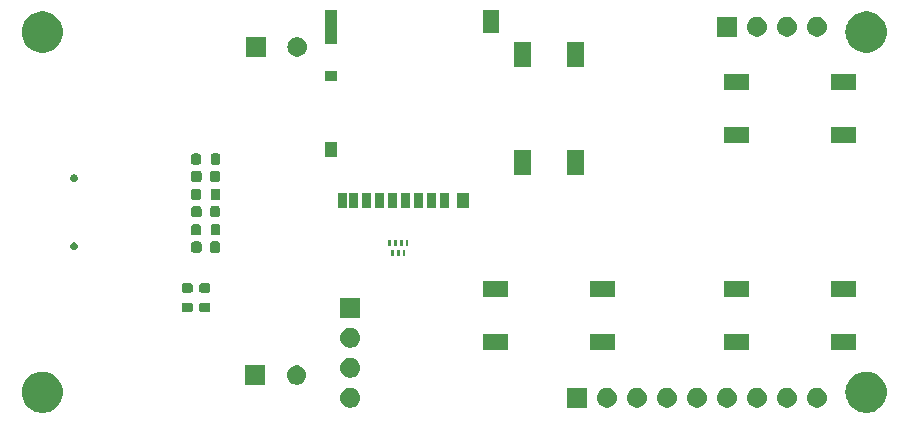
<source format=gbs>
%TF.GenerationSoftware,KiCad,Pcbnew,8.0.2*%
%TF.CreationDate,2024-06-21T01:26:05+01:00*%
%TF.ProjectId,ESP32S3_PCB_V1,45535033-3253-4335-9f50-43425f56312e,1*%
%TF.SameCoordinates,Original*%
%TF.FileFunction,Soldermask,Bot*%
%TF.FilePolarity,Negative*%
%FSLAX46Y46*%
G04 Gerber Fmt 4.6, Leading zero omitted, Abs format (unit mm)*
G04 Created by KiCad (PCBNEW 8.0.2) date 2024-06-21 01:26:05*
%MOMM*%
%LPD*%
G01*
G04 APERTURE LIST*
G04 APERTURE END LIST*
G36*
X114139412Y-108043876D02*
G01*
X114389347Y-108120971D01*
X114625000Y-108234456D01*
X114841107Y-108381795D01*
X115032841Y-108559698D01*
X115195918Y-108764190D01*
X115326696Y-108990703D01*
X115422252Y-109234178D01*
X115480454Y-109489176D01*
X115500000Y-109750000D01*
X115480454Y-110010824D01*
X115422252Y-110265822D01*
X115326696Y-110509297D01*
X115195918Y-110735810D01*
X115032841Y-110940302D01*
X114841107Y-111118205D01*
X114625000Y-111265544D01*
X114389347Y-111379029D01*
X114139412Y-111456124D01*
X113880778Y-111495107D01*
X113619222Y-111495107D01*
X113360588Y-111456124D01*
X113110653Y-111379029D01*
X112875000Y-111265544D01*
X112658893Y-111118205D01*
X112467159Y-110940302D01*
X112304082Y-110735810D01*
X112173304Y-110509297D01*
X112077748Y-110265822D01*
X112019546Y-110010824D01*
X112000000Y-109750000D01*
X112019546Y-109489176D01*
X112077748Y-109234178D01*
X112173304Y-108990703D01*
X112304082Y-108764190D01*
X112467159Y-108559698D01*
X112658893Y-108381795D01*
X112875000Y-108234456D01*
X113110653Y-108120971D01*
X113360588Y-108043876D01*
X113619222Y-108004893D01*
X113880778Y-108004893D01*
X114139412Y-108043876D01*
G37*
G36*
X183889412Y-108043876D02*
G01*
X184139347Y-108120971D01*
X184375000Y-108234456D01*
X184591107Y-108381795D01*
X184782841Y-108559698D01*
X184945918Y-108764190D01*
X185076696Y-108990703D01*
X185172252Y-109234178D01*
X185230454Y-109489176D01*
X185250000Y-109750000D01*
X185230454Y-110010824D01*
X185172252Y-110265822D01*
X185076696Y-110509297D01*
X184945918Y-110735810D01*
X184782841Y-110940302D01*
X184591107Y-111118205D01*
X184375000Y-111265544D01*
X184139347Y-111379029D01*
X183889412Y-111456124D01*
X183630778Y-111495107D01*
X183369222Y-111495107D01*
X183110588Y-111456124D01*
X182860653Y-111379029D01*
X182625000Y-111265544D01*
X182408893Y-111118205D01*
X182217159Y-110940302D01*
X182054082Y-110735810D01*
X181923304Y-110509297D01*
X181827748Y-110265822D01*
X181769546Y-110010824D01*
X181750000Y-109750000D01*
X181769546Y-109489176D01*
X181827748Y-109234178D01*
X181923304Y-108990703D01*
X182054082Y-108764190D01*
X182217159Y-108559698D01*
X182408893Y-108381795D01*
X182625000Y-108234456D01*
X182860653Y-108120971D01*
X183110588Y-108043876D01*
X183369222Y-108004893D01*
X183630778Y-108004893D01*
X183889412Y-108043876D01*
G37*
G36*
X140087664Y-109409103D02*
G01*
X140250000Y-109481379D01*
X140393761Y-109585828D01*
X140512664Y-109717884D01*
X140601514Y-109871775D01*
X140656425Y-110040776D01*
X140675000Y-110217501D01*
X140656425Y-110394226D01*
X140601514Y-110563227D01*
X140512664Y-110717118D01*
X140393761Y-110849174D01*
X140250000Y-110953623D01*
X140087664Y-111025899D01*
X139913849Y-111062845D01*
X139736151Y-111062845D01*
X139562336Y-111025899D01*
X139400000Y-110953623D01*
X139256239Y-110849174D01*
X139137336Y-110717118D01*
X139048486Y-110563227D01*
X138993575Y-110394226D01*
X138975000Y-110217501D01*
X138993575Y-110040776D01*
X139048486Y-109871775D01*
X139137336Y-109717884D01*
X139256239Y-109585828D01*
X139400000Y-109481379D01*
X139562336Y-109409103D01*
X139736151Y-109372157D01*
X139913849Y-109372157D01*
X140087664Y-109409103D01*
G37*
G36*
X159850000Y-111050000D02*
G01*
X158150000Y-111050000D01*
X158150000Y-109350000D01*
X159850000Y-109350000D01*
X159850000Y-111050000D01*
G37*
G36*
X161802664Y-109391602D02*
G01*
X161965000Y-109463878D01*
X162108761Y-109568327D01*
X162227664Y-109700383D01*
X162316514Y-109854274D01*
X162371425Y-110023275D01*
X162390000Y-110200000D01*
X162371425Y-110376725D01*
X162316514Y-110545726D01*
X162227664Y-110699617D01*
X162108761Y-110831673D01*
X161965000Y-110936122D01*
X161802664Y-111008398D01*
X161628849Y-111045344D01*
X161451151Y-111045344D01*
X161277336Y-111008398D01*
X161115000Y-110936122D01*
X160971239Y-110831673D01*
X160852336Y-110699617D01*
X160763486Y-110545726D01*
X160708575Y-110376725D01*
X160690000Y-110200000D01*
X160708575Y-110023275D01*
X160763486Y-109854274D01*
X160852336Y-109700383D01*
X160971239Y-109568327D01*
X161115000Y-109463878D01*
X161277336Y-109391602D01*
X161451151Y-109354656D01*
X161628849Y-109354656D01*
X161802664Y-109391602D01*
G37*
G36*
X164342664Y-109391602D02*
G01*
X164505000Y-109463878D01*
X164648761Y-109568327D01*
X164767664Y-109700383D01*
X164856514Y-109854274D01*
X164911425Y-110023275D01*
X164930000Y-110200000D01*
X164911425Y-110376725D01*
X164856514Y-110545726D01*
X164767664Y-110699617D01*
X164648761Y-110831673D01*
X164505000Y-110936122D01*
X164342664Y-111008398D01*
X164168849Y-111045344D01*
X163991151Y-111045344D01*
X163817336Y-111008398D01*
X163655000Y-110936122D01*
X163511239Y-110831673D01*
X163392336Y-110699617D01*
X163303486Y-110545726D01*
X163248575Y-110376725D01*
X163230000Y-110200000D01*
X163248575Y-110023275D01*
X163303486Y-109854274D01*
X163392336Y-109700383D01*
X163511239Y-109568327D01*
X163655000Y-109463878D01*
X163817336Y-109391602D01*
X163991151Y-109354656D01*
X164168849Y-109354656D01*
X164342664Y-109391602D01*
G37*
G36*
X166882664Y-109391602D02*
G01*
X167045000Y-109463878D01*
X167188761Y-109568327D01*
X167307664Y-109700383D01*
X167396514Y-109854274D01*
X167451425Y-110023275D01*
X167470000Y-110200000D01*
X167451425Y-110376725D01*
X167396514Y-110545726D01*
X167307664Y-110699617D01*
X167188761Y-110831673D01*
X167045000Y-110936122D01*
X166882664Y-111008398D01*
X166708849Y-111045344D01*
X166531151Y-111045344D01*
X166357336Y-111008398D01*
X166195000Y-110936122D01*
X166051239Y-110831673D01*
X165932336Y-110699617D01*
X165843486Y-110545726D01*
X165788575Y-110376725D01*
X165770000Y-110200000D01*
X165788575Y-110023275D01*
X165843486Y-109854274D01*
X165932336Y-109700383D01*
X166051239Y-109568327D01*
X166195000Y-109463878D01*
X166357336Y-109391602D01*
X166531151Y-109354656D01*
X166708849Y-109354656D01*
X166882664Y-109391602D01*
G37*
G36*
X169422664Y-109391602D02*
G01*
X169585000Y-109463878D01*
X169728761Y-109568327D01*
X169847664Y-109700383D01*
X169936514Y-109854274D01*
X169991425Y-110023275D01*
X170010000Y-110200000D01*
X169991425Y-110376725D01*
X169936514Y-110545726D01*
X169847664Y-110699617D01*
X169728761Y-110831673D01*
X169585000Y-110936122D01*
X169422664Y-111008398D01*
X169248849Y-111045344D01*
X169071151Y-111045344D01*
X168897336Y-111008398D01*
X168735000Y-110936122D01*
X168591239Y-110831673D01*
X168472336Y-110699617D01*
X168383486Y-110545726D01*
X168328575Y-110376725D01*
X168310000Y-110200000D01*
X168328575Y-110023275D01*
X168383486Y-109854274D01*
X168472336Y-109700383D01*
X168591239Y-109568327D01*
X168735000Y-109463878D01*
X168897336Y-109391602D01*
X169071151Y-109354656D01*
X169248849Y-109354656D01*
X169422664Y-109391602D01*
G37*
G36*
X171962664Y-109391602D02*
G01*
X172125000Y-109463878D01*
X172268761Y-109568327D01*
X172387664Y-109700383D01*
X172476514Y-109854274D01*
X172531425Y-110023275D01*
X172550000Y-110200000D01*
X172531425Y-110376725D01*
X172476514Y-110545726D01*
X172387664Y-110699617D01*
X172268761Y-110831673D01*
X172125000Y-110936122D01*
X171962664Y-111008398D01*
X171788849Y-111045344D01*
X171611151Y-111045344D01*
X171437336Y-111008398D01*
X171275000Y-110936122D01*
X171131239Y-110831673D01*
X171012336Y-110699617D01*
X170923486Y-110545726D01*
X170868575Y-110376725D01*
X170850000Y-110200000D01*
X170868575Y-110023275D01*
X170923486Y-109854274D01*
X171012336Y-109700383D01*
X171131239Y-109568327D01*
X171275000Y-109463878D01*
X171437336Y-109391602D01*
X171611151Y-109354656D01*
X171788849Y-109354656D01*
X171962664Y-109391602D01*
G37*
G36*
X174502664Y-109391602D02*
G01*
X174665000Y-109463878D01*
X174808761Y-109568327D01*
X174927664Y-109700383D01*
X175016514Y-109854274D01*
X175071425Y-110023275D01*
X175090000Y-110200000D01*
X175071425Y-110376725D01*
X175016514Y-110545726D01*
X174927664Y-110699617D01*
X174808761Y-110831673D01*
X174665000Y-110936122D01*
X174502664Y-111008398D01*
X174328849Y-111045344D01*
X174151151Y-111045344D01*
X173977336Y-111008398D01*
X173815000Y-110936122D01*
X173671239Y-110831673D01*
X173552336Y-110699617D01*
X173463486Y-110545726D01*
X173408575Y-110376725D01*
X173390000Y-110200000D01*
X173408575Y-110023275D01*
X173463486Y-109854274D01*
X173552336Y-109700383D01*
X173671239Y-109568327D01*
X173815000Y-109463878D01*
X173977336Y-109391602D01*
X174151151Y-109354656D01*
X174328849Y-109354656D01*
X174502664Y-109391602D01*
G37*
G36*
X177042664Y-109391602D02*
G01*
X177205000Y-109463878D01*
X177348761Y-109568327D01*
X177467664Y-109700383D01*
X177556514Y-109854274D01*
X177611425Y-110023275D01*
X177630000Y-110200000D01*
X177611425Y-110376725D01*
X177556514Y-110545726D01*
X177467664Y-110699617D01*
X177348761Y-110831673D01*
X177205000Y-110936122D01*
X177042664Y-111008398D01*
X176868849Y-111045344D01*
X176691151Y-111045344D01*
X176517336Y-111008398D01*
X176355000Y-110936122D01*
X176211239Y-110831673D01*
X176092336Y-110699617D01*
X176003486Y-110545726D01*
X175948575Y-110376725D01*
X175930000Y-110200000D01*
X175948575Y-110023275D01*
X176003486Y-109854274D01*
X176092336Y-109700383D01*
X176211239Y-109568327D01*
X176355000Y-109463878D01*
X176517336Y-109391602D01*
X176691151Y-109354656D01*
X176868849Y-109354656D01*
X177042664Y-109391602D01*
G37*
G36*
X179582664Y-109391602D02*
G01*
X179745000Y-109463878D01*
X179888761Y-109568327D01*
X180007664Y-109700383D01*
X180096514Y-109854274D01*
X180151425Y-110023275D01*
X180170000Y-110200000D01*
X180151425Y-110376725D01*
X180096514Y-110545726D01*
X180007664Y-110699617D01*
X179888761Y-110831673D01*
X179745000Y-110936122D01*
X179582664Y-111008398D01*
X179408849Y-111045344D01*
X179231151Y-111045344D01*
X179057336Y-111008398D01*
X178895000Y-110936122D01*
X178751239Y-110831673D01*
X178632336Y-110699617D01*
X178543486Y-110545726D01*
X178488575Y-110376725D01*
X178470000Y-110200000D01*
X178488575Y-110023275D01*
X178543486Y-109854274D01*
X178632336Y-109700383D01*
X178751239Y-109568327D01*
X178895000Y-109463878D01*
X179057336Y-109391602D01*
X179231151Y-109354656D01*
X179408849Y-109354656D01*
X179582664Y-109391602D01*
G37*
G36*
X132600000Y-109125000D02*
G01*
X130950000Y-109125000D01*
X130950000Y-107475000D01*
X132600000Y-107475000D01*
X132600000Y-109125000D01*
G37*
G36*
X135529939Y-107515378D02*
G01*
X135687500Y-107585529D01*
X135827033Y-107686906D01*
X135942439Y-107815077D01*
X136028675Y-107964442D01*
X136081972Y-108128473D01*
X136100000Y-108300000D01*
X136081972Y-108471527D01*
X136028675Y-108635558D01*
X135942439Y-108784923D01*
X135827033Y-108913094D01*
X135687500Y-109014471D01*
X135529939Y-109084622D01*
X135361236Y-109120481D01*
X135188764Y-109120481D01*
X135020061Y-109084622D01*
X134862500Y-109014471D01*
X134722967Y-108913094D01*
X134607561Y-108784923D01*
X134521325Y-108635558D01*
X134468028Y-108471527D01*
X134450000Y-108300000D01*
X134468028Y-108128473D01*
X134521325Y-107964442D01*
X134607561Y-107815077D01*
X134722967Y-107686906D01*
X134862500Y-107585529D01*
X135020061Y-107515378D01*
X135188764Y-107479519D01*
X135361236Y-107479519D01*
X135529939Y-107515378D01*
G37*
G36*
X140087664Y-106869102D02*
G01*
X140250000Y-106941378D01*
X140393761Y-107045827D01*
X140512664Y-107177883D01*
X140601514Y-107331774D01*
X140656425Y-107500775D01*
X140675000Y-107677500D01*
X140656425Y-107854225D01*
X140601514Y-108023226D01*
X140512664Y-108177117D01*
X140393761Y-108309173D01*
X140250000Y-108413622D01*
X140087664Y-108485898D01*
X139913849Y-108522844D01*
X139736151Y-108522844D01*
X139562336Y-108485898D01*
X139400000Y-108413622D01*
X139256239Y-108309173D01*
X139137336Y-108177117D01*
X139048486Y-108023226D01*
X138993575Y-107854225D01*
X138975000Y-107677500D01*
X138993575Y-107500775D01*
X139048486Y-107331774D01*
X139137336Y-107177883D01*
X139256239Y-107045827D01*
X139400000Y-106941378D01*
X139562336Y-106869102D01*
X139736151Y-106832156D01*
X139913849Y-106832156D01*
X140087664Y-106869102D01*
G37*
G36*
X153150000Y-106180000D02*
G01*
X151050000Y-106180000D01*
X151050000Y-104780000D01*
X153150000Y-104780000D01*
X153150000Y-106180000D01*
G37*
G36*
X162250000Y-106180000D02*
G01*
X160150000Y-106180000D01*
X160150000Y-104780000D01*
X162250000Y-104780000D01*
X162250000Y-106180000D01*
G37*
G36*
X173550000Y-106180000D02*
G01*
X171450000Y-106180000D01*
X171450000Y-104780000D01*
X173550000Y-104780000D01*
X173550000Y-106180000D01*
G37*
G36*
X182650000Y-106180000D02*
G01*
X180550000Y-106180000D01*
X180550000Y-104780000D01*
X182650000Y-104780000D01*
X182650000Y-106180000D01*
G37*
G36*
X140087664Y-104329103D02*
G01*
X140250000Y-104401379D01*
X140393761Y-104505828D01*
X140512664Y-104637884D01*
X140601514Y-104791775D01*
X140656425Y-104960776D01*
X140675000Y-105137501D01*
X140656425Y-105314226D01*
X140601514Y-105483227D01*
X140512664Y-105637118D01*
X140393761Y-105769174D01*
X140250000Y-105873623D01*
X140087664Y-105945899D01*
X139913849Y-105982845D01*
X139736151Y-105982845D01*
X139562336Y-105945899D01*
X139400000Y-105873623D01*
X139256239Y-105769174D01*
X139137336Y-105637118D01*
X139048486Y-105483227D01*
X138993575Y-105314226D01*
X138975000Y-105137501D01*
X138993575Y-104960776D01*
X139048486Y-104791775D01*
X139137336Y-104637884D01*
X139256239Y-104505828D01*
X139400000Y-104401379D01*
X139562336Y-104329103D01*
X139736151Y-104292157D01*
X139913849Y-104292157D01*
X140087664Y-104329103D01*
G37*
G36*
X140675000Y-103447501D02*
G01*
X138975000Y-103447501D01*
X138975000Y-101747501D01*
X140675000Y-101747501D01*
X140675000Y-103447501D01*
G37*
G36*
X126376537Y-102165224D02*
G01*
X126441421Y-102208579D01*
X126484776Y-102273463D01*
X126500000Y-102350000D01*
X126500000Y-102750000D01*
X126484776Y-102826537D01*
X126441421Y-102891421D01*
X126376537Y-102934776D01*
X126300000Y-102950000D01*
X125750000Y-102950000D01*
X125673463Y-102934776D01*
X125608579Y-102891421D01*
X125565224Y-102826537D01*
X125550000Y-102750000D01*
X125550000Y-102350000D01*
X125565224Y-102273463D01*
X125608579Y-102208579D01*
X125673463Y-102165224D01*
X125750000Y-102150000D01*
X126300000Y-102150000D01*
X126376537Y-102165224D01*
G37*
G36*
X127851537Y-102165224D02*
G01*
X127916421Y-102208579D01*
X127959776Y-102273463D01*
X127975000Y-102350000D01*
X127975000Y-102750000D01*
X127959776Y-102826537D01*
X127916421Y-102891421D01*
X127851537Y-102934776D01*
X127775000Y-102950000D01*
X127225000Y-102950000D01*
X127148463Y-102934776D01*
X127083579Y-102891421D01*
X127040224Y-102826537D01*
X127025000Y-102750000D01*
X127025000Y-102350000D01*
X127040224Y-102273463D01*
X127083579Y-102208579D01*
X127148463Y-102165224D01*
X127225000Y-102150000D01*
X127775000Y-102150000D01*
X127851537Y-102165224D01*
G37*
G36*
X153150000Y-101720000D02*
G01*
X151050000Y-101720000D01*
X151050000Y-100320000D01*
X153150000Y-100320000D01*
X153150000Y-101720000D01*
G37*
G36*
X162250000Y-101720000D02*
G01*
X160150000Y-101720000D01*
X160150000Y-100320000D01*
X162250000Y-100320000D01*
X162250000Y-101720000D01*
G37*
G36*
X173550000Y-101720000D02*
G01*
X171450000Y-101720000D01*
X171450000Y-100320000D01*
X173550000Y-100320000D01*
X173550000Y-101720000D01*
G37*
G36*
X182650000Y-101720000D02*
G01*
X180550000Y-101720000D01*
X180550000Y-100320000D01*
X182650000Y-100320000D01*
X182650000Y-101720000D01*
G37*
G36*
X126376537Y-100515224D02*
G01*
X126441421Y-100558579D01*
X126484776Y-100623463D01*
X126500000Y-100700000D01*
X126500000Y-101100000D01*
X126484776Y-101176537D01*
X126441421Y-101241421D01*
X126376537Y-101284776D01*
X126300000Y-101300000D01*
X125750000Y-101300000D01*
X125673463Y-101284776D01*
X125608579Y-101241421D01*
X125565224Y-101176537D01*
X125550000Y-101100000D01*
X125550000Y-100700000D01*
X125565224Y-100623463D01*
X125608579Y-100558579D01*
X125673463Y-100515224D01*
X125750000Y-100500000D01*
X126300000Y-100500000D01*
X126376537Y-100515224D01*
G37*
G36*
X127851537Y-100515224D02*
G01*
X127916421Y-100558579D01*
X127959776Y-100623463D01*
X127975000Y-100700000D01*
X127975000Y-101100000D01*
X127959776Y-101176537D01*
X127916421Y-101241421D01*
X127851537Y-101284776D01*
X127775000Y-101300000D01*
X127225000Y-101300000D01*
X127148463Y-101284776D01*
X127083579Y-101241421D01*
X127040224Y-101176537D01*
X127025000Y-101100000D01*
X127025000Y-100700000D01*
X127040224Y-100623463D01*
X127083579Y-100558579D01*
X127148463Y-100515224D01*
X127225000Y-100500000D01*
X127775000Y-100500000D01*
X127851537Y-100515224D01*
G37*
G36*
X143500000Y-98205000D02*
G01*
X143300000Y-98205000D01*
X143300000Y-97675000D01*
X143500000Y-97675000D01*
X143500000Y-98205000D01*
G37*
G36*
X144000000Y-98205000D02*
G01*
X143800000Y-98205000D01*
X143800000Y-97675000D01*
X144000000Y-97675000D01*
X144000000Y-98205000D01*
G37*
G36*
X144500000Y-98205000D02*
G01*
X144300000Y-98205000D01*
X144300000Y-97675000D01*
X144500000Y-97675000D01*
X144500000Y-98205000D01*
G37*
G36*
X127104961Y-96991651D02*
G01*
X127175929Y-97039070D01*
X127223348Y-97110038D01*
X127239999Y-97193750D01*
X127239999Y-97706250D01*
X127223348Y-97789962D01*
X127175929Y-97860930D01*
X127104961Y-97908349D01*
X127021249Y-97925000D01*
X126583749Y-97925000D01*
X126500037Y-97908349D01*
X126429069Y-97860930D01*
X126381650Y-97789962D01*
X126364999Y-97706250D01*
X126364999Y-97193750D01*
X126381650Y-97110038D01*
X126429069Y-97039070D01*
X126500037Y-96991651D01*
X126583749Y-96975000D01*
X127021249Y-96975000D01*
X127104961Y-96991651D01*
G37*
G36*
X128679963Y-96991651D02*
G01*
X128750931Y-97039070D01*
X128798350Y-97110038D01*
X128815001Y-97193750D01*
X128815001Y-97706250D01*
X128798350Y-97789962D01*
X128750931Y-97860930D01*
X128679963Y-97908349D01*
X128596251Y-97925000D01*
X128158751Y-97925000D01*
X128075039Y-97908349D01*
X128004071Y-97860930D01*
X127956652Y-97789962D01*
X127940001Y-97706250D01*
X127940001Y-97193750D01*
X127956652Y-97110038D01*
X128004071Y-97039070D01*
X128075039Y-96991651D01*
X128158751Y-96975000D01*
X128596251Y-96975000D01*
X128679963Y-96991651D01*
G37*
G36*
X116466319Y-97064817D02*
G01*
X116495139Y-97064817D01*
X116517341Y-97072897D01*
X116539686Y-97076437D01*
X116571247Y-97092518D01*
X116602900Y-97104039D01*
X116616878Y-97115768D01*
X116631591Y-97123265D01*
X116661728Y-97153402D01*
X116690748Y-97177753D01*
X116697126Y-97188800D01*
X116704535Y-97196209D01*
X116728056Y-97242372D01*
X116748087Y-97277066D01*
X116749332Y-97284128D01*
X116751363Y-97288114D01*
X116763086Y-97362132D01*
X116768000Y-97390001D01*
X116763085Y-97417872D01*
X116751363Y-97491887D01*
X116749332Y-97495871D01*
X116748087Y-97502936D01*
X116728052Y-97537636D01*
X116704535Y-97583792D01*
X116697127Y-97591199D01*
X116690748Y-97602249D01*
X116661722Y-97626604D01*
X116631591Y-97656736D01*
X116616881Y-97664230D01*
X116602900Y-97675963D01*
X116571240Y-97687486D01*
X116539686Y-97703564D01*
X116517345Y-97707102D01*
X116495139Y-97715185D01*
X116466313Y-97715185D01*
X116437800Y-97719701D01*
X116409287Y-97715185D01*
X116380461Y-97715185D01*
X116358254Y-97707102D01*
X116335913Y-97703564D01*
X116304356Y-97687484D01*
X116272700Y-97675963D01*
X116258719Y-97664231D01*
X116244008Y-97656736D01*
X116213871Y-97626599D01*
X116184852Y-97602249D01*
X116178473Y-97591201D01*
X116171064Y-97583792D01*
X116147539Y-97537621D01*
X116127513Y-97502936D01*
X116126267Y-97495874D01*
X116124236Y-97491887D01*
X116112504Y-97417816D01*
X116107600Y-97390001D01*
X116112504Y-97362188D01*
X116124236Y-97288114D01*
X116126268Y-97284125D01*
X116127513Y-97277066D01*
X116147534Y-97242387D01*
X116171064Y-97196209D01*
X116178475Y-97188797D01*
X116184852Y-97177753D01*
X116213865Y-97153407D01*
X116244008Y-97123265D01*
X116258722Y-97115767D01*
X116272700Y-97104039D01*
X116304349Y-97092519D01*
X116335913Y-97076437D01*
X116358259Y-97072897D01*
X116380461Y-97064817D01*
X116409280Y-97064817D01*
X116437800Y-97060300D01*
X116466319Y-97064817D01*
G37*
G36*
X143250000Y-97375000D02*
G01*
X143050000Y-97375000D01*
X143050000Y-96845000D01*
X143250000Y-96845000D01*
X143250000Y-97375000D01*
G37*
G36*
X143750000Y-97375000D02*
G01*
X143550000Y-97375000D01*
X143550000Y-96845000D01*
X143750000Y-96845000D01*
X143750000Y-97375000D01*
G37*
G36*
X144250000Y-97375000D02*
G01*
X144050000Y-97375000D01*
X144050000Y-96845000D01*
X144250000Y-96845000D01*
X144250000Y-97375000D01*
G37*
G36*
X144750000Y-97375000D02*
G01*
X144550000Y-97375000D01*
X144550000Y-96845000D01*
X144750000Y-96845000D01*
X144750000Y-97375000D01*
G37*
G36*
X127041537Y-95530224D02*
G01*
X127106421Y-95573579D01*
X127149776Y-95638463D01*
X127165000Y-95715000D01*
X127165000Y-96265000D01*
X127149776Y-96341537D01*
X127106421Y-96406421D01*
X127041537Y-96449776D01*
X126965000Y-96465000D01*
X126565000Y-96465000D01*
X126488463Y-96449776D01*
X126423579Y-96406421D01*
X126380224Y-96341537D01*
X126365000Y-96265000D01*
X126365000Y-95715000D01*
X126380224Y-95638463D01*
X126423579Y-95573579D01*
X126488463Y-95530224D01*
X126565000Y-95515000D01*
X126965000Y-95515000D01*
X127041537Y-95530224D01*
G37*
G36*
X128691537Y-95530224D02*
G01*
X128756421Y-95573579D01*
X128799776Y-95638463D01*
X128815000Y-95715000D01*
X128815000Y-96265000D01*
X128799776Y-96341537D01*
X128756421Y-96406421D01*
X128691537Y-96449776D01*
X128615000Y-96465000D01*
X128215000Y-96465000D01*
X128138463Y-96449776D01*
X128073579Y-96406421D01*
X128030224Y-96341537D01*
X128015000Y-96265000D01*
X128015000Y-95715000D01*
X128030224Y-95638463D01*
X128073579Y-95573579D01*
X128138463Y-95530224D01*
X128215000Y-95515000D01*
X128615000Y-95515000D01*
X128691537Y-95530224D01*
G37*
G36*
X127104961Y-93991651D02*
G01*
X127175929Y-94039070D01*
X127223348Y-94110038D01*
X127239999Y-94193750D01*
X127239999Y-94706250D01*
X127223348Y-94789962D01*
X127175929Y-94860930D01*
X127104961Y-94908349D01*
X127021249Y-94925000D01*
X126583749Y-94925000D01*
X126500037Y-94908349D01*
X126429069Y-94860930D01*
X126381650Y-94789962D01*
X126364999Y-94706250D01*
X126364999Y-94193750D01*
X126381650Y-94110038D01*
X126429069Y-94039070D01*
X126500037Y-93991651D01*
X126583749Y-93975000D01*
X127021249Y-93975000D01*
X127104961Y-93991651D01*
G37*
G36*
X128679963Y-93991651D02*
G01*
X128750931Y-94039070D01*
X128798350Y-94110038D01*
X128815001Y-94193750D01*
X128815001Y-94706250D01*
X128798350Y-94789962D01*
X128750931Y-94860930D01*
X128679963Y-94908349D01*
X128596251Y-94925000D01*
X128158751Y-94925000D01*
X128075039Y-94908349D01*
X128004071Y-94860930D01*
X127956652Y-94789962D01*
X127940001Y-94706250D01*
X127940001Y-94193750D01*
X127956652Y-94110038D01*
X128004071Y-94039070D01*
X128075039Y-93991651D01*
X128158751Y-93975000D01*
X128596251Y-93975000D01*
X128679963Y-93991651D01*
G37*
G36*
X139525014Y-94109950D02*
G01*
X138775014Y-94109950D01*
X138775014Y-92859950D01*
X139525014Y-92859950D01*
X139525014Y-94109950D01*
G37*
G36*
X140475014Y-94109950D02*
G01*
X139725014Y-94109950D01*
X139725014Y-92859950D01*
X140475014Y-92859950D01*
X140475014Y-94109950D01*
G37*
G36*
X141575014Y-94109950D02*
G01*
X140825014Y-94109950D01*
X140825014Y-92859950D01*
X141575014Y-92859950D01*
X141575014Y-94109950D01*
G37*
G36*
X142675015Y-94109950D02*
G01*
X141925015Y-94109950D01*
X141925015Y-92859950D01*
X142675015Y-92859950D01*
X142675015Y-94109950D01*
G37*
G36*
X143775015Y-94109950D02*
G01*
X143025015Y-94109950D01*
X143025015Y-92859950D01*
X143775015Y-92859950D01*
X143775015Y-94109950D01*
G37*
G36*
X144875013Y-94109950D02*
G01*
X144125013Y-94109950D01*
X144125013Y-92859950D01*
X144875013Y-92859950D01*
X144875013Y-94109950D01*
G37*
G36*
X145975013Y-94109950D02*
G01*
X145225013Y-94109950D01*
X145225013Y-92859950D01*
X145975013Y-92859950D01*
X145975013Y-94109950D01*
G37*
G36*
X147075014Y-94109950D02*
G01*
X146325014Y-94109950D01*
X146325014Y-92859950D01*
X147075014Y-92859950D01*
X147075014Y-94109950D01*
G37*
G36*
X148175014Y-94109950D02*
G01*
X147425014Y-94109950D01*
X147425014Y-92859950D01*
X148175014Y-92859950D01*
X148175014Y-94109950D01*
G37*
G36*
X149875054Y-94109950D02*
G01*
X148825054Y-94109950D01*
X148825054Y-92859950D01*
X149875054Y-92859950D01*
X149875054Y-94109950D01*
G37*
G36*
X127041537Y-92530224D02*
G01*
X127106421Y-92573579D01*
X127149776Y-92638463D01*
X127165000Y-92715000D01*
X127165000Y-93265000D01*
X127149776Y-93341537D01*
X127106421Y-93406421D01*
X127041537Y-93449776D01*
X126965000Y-93465000D01*
X126565000Y-93465000D01*
X126488463Y-93449776D01*
X126423579Y-93406421D01*
X126380224Y-93341537D01*
X126365000Y-93265000D01*
X126365000Y-92715000D01*
X126380224Y-92638463D01*
X126423579Y-92573579D01*
X126488463Y-92530224D01*
X126565000Y-92515000D01*
X126965000Y-92515000D01*
X127041537Y-92530224D01*
G37*
G36*
X128691537Y-92530224D02*
G01*
X128756421Y-92573579D01*
X128799776Y-92638463D01*
X128815000Y-92715000D01*
X128815000Y-93265000D01*
X128799776Y-93341537D01*
X128756421Y-93406421D01*
X128691537Y-93449776D01*
X128615000Y-93465000D01*
X128215000Y-93465000D01*
X128138463Y-93449776D01*
X128073579Y-93406421D01*
X128030224Y-93341537D01*
X128015000Y-93265000D01*
X128015000Y-92715000D01*
X128030224Y-92638463D01*
X128073579Y-92573579D01*
X128138463Y-92530224D01*
X128215000Y-92515000D01*
X128615000Y-92515000D01*
X128691537Y-92530224D01*
G37*
G36*
X116466319Y-91284815D02*
G01*
X116495139Y-91284815D01*
X116517341Y-91292895D01*
X116539686Y-91296435D01*
X116571247Y-91312516D01*
X116602900Y-91324037D01*
X116616878Y-91335766D01*
X116631591Y-91343263D01*
X116661728Y-91373400D01*
X116690748Y-91397751D01*
X116697126Y-91408798D01*
X116704535Y-91416207D01*
X116728056Y-91462370D01*
X116748087Y-91497064D01*
X116749332Y-91504126D01*
X116751363Y-91508112D01*
X116763086Y-91582130D01*
X116768000Y-91609999D01*
X116763085Y-91637870D01*
X116751363Y-91711885D01*
X116749332Y-91715869D01*
X116748087Y-91722934D01*
X116728052Y-91757634D01*
X116704535Y-91803790D01*
X116697127Y-91811197D01*
X116690748Y-91822247D01*
X116661722Y-91846602D01*
X116631591Y-91876734D01*
X116616881Y-91884228D01*
X116602900Y-91895961D01*
X116571240Y-91907484D01*
X116539686Y-91923562D01*
X116517345Y-91927100D01*
X116495139Y-91935183D01*
X116466313Y-91935183D01*
X116437800Y-91939699D01*
X116409287Y-91935183D01*
X116380461Y-91935183D01*
X116358254Y-91927100D01*
X116335913Y-91923562D01*
X116304356Y-91907482D01*
X116272700Y-91895961D01*
X116258719Y-91884229D01*
X116244008Y-91876734D01*
X116213871Y-91846597D01*
X116184852Y-91822247D01*
X116178473Y-91811199D01*
X116171064Y-91803790D01*
X116147539Y-91757619D01*
X116127513Y-91722934D01*
X116126267Y-91715872D01*
X116124236Y-91711885D01*
X116112504Y-91637814D01*
X116107600Y-91609999D01*
X116112504Y-91582186D01*
X116124236Y-91508112D01*
X116126268Y-91504123D01*
X116127513Y-91497064D01*
X116147534Y-91462385D01*
X116171064Y-91416207D01*
X116178475Y-91408795D01*
X116184852Y-91397751D01*
X116213865Y-91373405D01*
X116244008Y-91343263D01*
X116258722Y-91335765D01*
X116272700Y-91324037D01*
X116304349Y-91312517D01*
X116335913Y-91296435D01*
X116358259Y-91292895D01*
X116380461Y-91284815D01*
X116409280Y-91284815D01*
X116437800Y-91280298D01*
X116466319Y-91284815D01*
G37*
G36*
X127104961Y-90991651D02*
G01*
X127175929Y-91039070D01*
X127223348Y-91110038D01*
X127239999Y-91193750D01*
X127239999Y-91706250D01*
X127223348Y-91789962D01*
X127175929Y-91860930D01*
X127104961Y-91908349D01*
X127021249Y-91925000D01*
X126583749Y-91925000D01*
X126500037Y-91908349D01*
X126429069Y-91860930D01*
X126381650Y-91789962D01*
X126364999Y-91706250D01*
X126364999Y-91193750D01*
X126381650Y-91110038D01*
X126429069Y-91039070D01*
X126500037Y-90991651D01*
X126583749Y-90975000D01*
X127021249Y-90975000D01*
X127104961Y-90991651D01*
G37*
G36*
X128679963Y-90991651D02*
G01*
X128750931Y-91039070D01*
X128798350Y-91110038D01*
X128815001Y-91193750D01*
X128815001Y-91706250D01*
X128798350Y-91789962D01*
X128750931Y-91860930D01*
X128679963Y-91908349D01*
X128596251Y-91925000D01*
X128158751Y-91925000D01*
X128075039Y-91908349D01*
X128004071Y-91860930D01*
X127956652Y-91789962D01*
X127940001Y-91706250D01*
X127940001Y-91193750D01*
X127956652Y-91110038D01*
X128004071Y-91039070D01*
X128075039Y-90991651D01*
X128158751Y-90975000D01*
X128596251Y-90975000D01*
X128679963Y-90991651D01*
G37*
G36*
X155120000Y-91325000D02*
G01*
X153720000Y-91325000D01*
X153720000Y-89225000D01*
X155120000Y-89225000D01*
X155120000Y-91325000D01*
G37*
G36*
X159580000Y-91325000D02*
G01*
X158180000Y-91325000D01*
X158180000Y-89225000D01*
X159580000Y-89225000D01*
X159580000Y-91325000D01*
G37*
G36*
X127041537Y-89530224D02*
G01*
X127106421Y-89573579D01*
X127149776Y-89638463D01*
X127165000Y-89715000D01*
X127165000Y-90265000D01*
X127149776Y-90341537D01*
X127106421Y-90406421D01*
X127041537Y-90449776D01*
X126965000Y-90465000D01*
X126565000Y-90465000D01*
X126488463Y-90449776D01*
X126423579Y-90406421D01*
X126380224Y-90341537D01*
X126365000Y-90265000D01*
X126365000Y-89715000D01*
X126380224Y-89638463D01*
X126423579Y-89573579D01*
X126488463Y-89530224D01*
X126565000Y-89515000D01*
X126965000Y-89515000D01*
X127041537Y-89530224D01*
G37*
G36*
X128691537Y-89530224D02*
G01*
X128756421Y-89573579D01*
X128799776Y-89638463D01*
X128815000Y-89715000D01*
X128815000Y-90265000D01*
X128799776Y-90341537D01*
X128756421Y-90406421D01*
X128691537Y-90449776D01*
X128615000Y-90465000D01*
X128215000Y-90465000D01*
X128138463Y-90449776D01*
X128073579Y-90406421D01*
X128030224Y-90341537D01*
X128015000Y-90265000D01*
X128015000Y-89715000D01*
X128030224Y-89638463D01*
X128073579Y-89573579D01*
X128138463Y-89530224D01*
X128215000Y-89515000D01*
X128615000Y-89515000D01*
X128691537Y-89530224D01*
G37*
G36*
X138699962Y-89784951D02*
G01*
X137699962Y-89784951D01*
X137699962Y-88584951D01*
X138699962Y-88584951D01*
X138699962Y-89784951D01*
G37*
G36*
X173550000Y-88655000D02*
G01*
X171450000Y-88655000D01*
X171450000Y-87255000D01*
X173550000Y-87255000D01*
X173550000Y-88655000D01*
G37*
G36*
X182650000Y-88655000D02*
G01*
X180550000Y-88655000D01*
X180550000Y-87255000D01*
X182650000Y-87255000D01*
X182650000Y-88655000D01*
G37*
G36*
X173550000Y-84195000D02*
G01*
X171450000Y-84195000D01*
X171450000Y-82795000D01*
X173550000Y-82795000D01*
X173550000Y-84195000D01*
G37*
G36*
X182650000Y-84195000D02*
G01*
X180550000Y-84195000D01*
X180550000Y-82795000D01*
X182650000Y-82795000D01*
X182650000Y-84195000D01*
G37*
G36*
X138724962Y-83409950D02*
G01*
X137674962Y-83409950D01*
X137674962Y-82559950D01*
X138724962Y-82559950D01*
X138724962Y-83409950D01*
G37*
G36*
X155120000Y-82225000D02*
G01*
X153720000Y-82225000D01*
X153720000Y-80125000D01*
X155120000Y-80125000D01*
X155120000Y-82225000D01*
G37*
G36*
X159580000Y-82225000D02*
G01*
X158180000Y-82225000D01*
X158180000Y-80125000D01*
X159580000Y-80125000D01*
X159580000Y-82225000D01*
G37*
G36*
X132650000Y-81325000D02*
G01*
X131000000Y-81325000D01*
X131000000Y-79675000D01*
X132650000Y-79675000D01*
X132650000Y-81325000D01*
G37*
G36*
X135579939Y-79715378D02*
G01*
X135737500Y-79785529D01*
X135877033Y-79886906D01*
X135992439Y-80015077D01*
X136078675Y-80164442D01*
X136131972Y-80328473D01*
X136150000Y-80500000D01*
X136131972Y-80671527D01*
X136078675Y-80835558D01*
X135992439Y-80984923D01*
X135877033Y-81113094D01*
X135737500Y-81214471D01*
X135579939Y-81284622D01*
X135411236Y-81320481D01*
X135238764Y-81320481D01*
X135070061Y-81284622D01*
X134912500Y-81214471D01*
X134772967Y-81113094D01*
X134657561Y-80984923D01*
X134571325Y-80835558D01*
X134518028Y-80671527D01*
X134500000Y-80500000D01*
X134518028Y-80328473D01*
X134571325Y-80164442D01*
X134657561Y-80015077D01*
X134772967Y-79886906D01*
X134912500Y-79785529D01*
X135070061Y-79715378D01*
X135238764Y-79679519D01*
X135411236Y-79679519D01*
X135579939Y-79715378D01*
G37*
G36*
X114139412Y-77543876D02*
G01*
X114389347Y-77620971D01*
X114625000Y-77734456D01*
X114841107Y-77881795D01*
X115032841Y-78059698D01*
X115195918Y-78264190D01*
X115326696Y-78490703D01*
X115422252Y-78734178D01*
X115480454Y-78989176D01*
X115500000Y-79250000D01*
X115480454Y-79510824D01*
X115422252Y-79765822D01*
X115326696Y-80009297D01*
X115195918Y-80235810D01*
X115032841Y-80440302D01*
X114841107Y-80618205D01*
X114625000Y-80765544D01*
X114389347Y-80879029D01*
X114139412Y-80956124D01*
X113880778Y-80995107D01*
X113619222Y-80995107D01*
X113360588Y-80956124D01*
X113110653Y-80879029D01*
X112875000Y-80765544D01*
X112658893Y-80618205D01*
X112467159Y-80440302D01*
X112304082Y-80235810D01*
X112173304Y-80009297D01*
X112077748Y-79765822D01*
X112019546Y-79510824D01*
X112000000Y-79250000D01*
X112019546Y-78989176D01*
X112077748Y-78734178D01*
X112173304Y-78490703D01*
X112304082Y-78264190D01*
X112467159Y-78059698D01*
X112658893Y-77881795D01*
X112875000Y-77734456D01*
X113110653Y-77620971D01*
X113360588Y-77543876D01*
X113619222Y-77504893D01*
X113880778Y-77504893D01*
X114139412Y-77543876D01*
G37*
G36*
X183889412Y-77543876D02*
G01*
X184139347Y-77620971D01*
X184375000Y-77734456D01*
X184591107Y-77881795D01*
X184782841Y-78059698D01*
X184945918Y-78264190D01*
X185076696Y-78490703D01*
X185172252Y-78734178D01*
X185230454Y-78989176D01*
X185250000Y-79250000D01*
X185230454Y-79510824D01*
X185172252Y-79765822D01*
X185076696Y-80009297D01*
X184945918Y-80235810D01*
X184782841Y-80440302D01*
X184591107Y-80618205D01*
X184375000Y-80765544D01*
X184139347Y-80879029D01*
X183889412Y-80956124D01*
X183630778Y-80995107D01*
X183369222Y-80995107D01*
X183110588Y-80956124D01*
X182860653Y-80879029D01*
X182625000Y-80765544D01*
X182408893Y-80618205D01*
X182217159Y-80440302D01*
X182054082Y-80235810D01*
X181923304Y-80009297D01*
X181827748Y-79765822D01*
X181769546Y-79510824D01*
X181750000Y-79250000D01*
X181769546Y-78989176D01*
X181827748Y-78734178D01*
X181923304Y-78490703D01*
X182054082Y-78264190D01*
X182217159Y-78059698D01*
X182408893Y-77881795D01*
X182625000Y-77734456D01*
X182860653Y-77620971D01*
X183110588Y-77543876D01*
X183369222Y-77504893D01*
X183630778Y-77504893D01*
X183889412Y-77543876D01*
G37*
G36*
X138724962Y-80259948D02*
G01*
X137674962Y-80259948D01*
X137674962Y-77409948D01*
X138724962Y-77409948D01*
X138724962Y-80259948D01*
G37*
G36*
X172550000Y-79650000D02*
G01*
X170850000Y-79650000D01*
X170850000Y-77950000D01*
X172550000Y-77950000D01*
X172550000Y-79650000D01*
G37*
G36*
X174502664Y-77991602D02*
G01*
X174665000Y-78063878D01*
X174808761Y-78168327D01*
X174927664Y-78300383D01*
X175016514Y-78454274D01*
X175071425Y-78623275D01*
X175090000Y-78800000D01*
X175071425Y-78976725D01*
X175016514Y-79145726D01*
X174927664Y-79299617D01*
X174808761Y-79431673D01*
X174665000Y-79536122D01*
X174502664Y-79608398D01*
X174328849Y-79645344D01*
X174151151Y-79645344D01*
X173977336Y-79608398D01*
X173815000Y-79536122D01*
X173671239Y-79431673D01*
X173552336Y-79299617D01*
X173463486Y-79145726D01*
X173408575Y-78976725D01*
X173390000Y-78800000D01*
X173408575Y-78623275D01*
X173463486Y-78454274D01*
X173552336Y-78300383D01*
X173671239Y-78168327D01*
X173815000Y-78063878D01*
X173977336Y-77991602D01*
X174151151Y-77954656D01*
X174328849Y-77954656D01*
X174502664Y-77991602D01*
G37*
G36*
X177042664Y-77991602D02*
G01*
X177205000Y-78063878D01*
X177348761Y-78168327D01*
X177467664Y-78300383D01*
X177556514Y-78454274D01*
X177611425Y-78623275D01*
X177630000Y-78800000D01*
X177611425Y-78976725D01*
X177556514Y-79145726D01*
X177467664Y-79299617D01*
X177348761Y-79431673D01*
X177205000Y-79536122D01*
X177042664Y-79608398D01*
X176868849Y-79645344D01*
X176691151Y-79645344D01*
X176517336Y-79608398D01*
X176355000Y-79536122D01*
X176211239Y-79431673D01*
X176092336Y-79299617D01*
X176003486Y-79145726D01*
X175948575Y-78976725D01*
X175930000Y-78800000D01*
X175948575Y-78623275D01*
X176003486Y-78454274D01*
X176092336Y-78300383D01*
X176211239Y-78168327D01*
X176355000Y-78063878D01*
X176517336Y-77991602D01*
X176691151Y-77954656D01*
X176868849Y-77954656D01*
X177042664Y-77991602D01*
G37*
G36*
X179582664Y-77991602D02*
G01*
X179745000Y-78063878D01*
X179888761Y-78168327D01*
X180007664Y-78300383D01*
X180096514Y-78454274D01*
X180151425Y-78623275D01*
X180170000Y-78800000D01*
X180151425Y-78976725D01*
X180096514Y-79145726D01*
X180007664Y-79299617D01*
X179888761Y-79431673D01*
X179745000Y-79536122D01*
X179582664Y-79608398D01*
X179408849Y-79645344D01*
X179231151Y-79645344D01*
X179057336Y-79608398D01*
X178895000Y-79536122D01*
X178751239Y-79431673D01*
X178632336Y-79299617D01*
X178543486Y-79145726D01*
X178488575Y-78976725D01*
X178470000Y-78800000D01*
X178488575Y-78623275D01*
X178543486Y-78454274D01*
X178632336Y-78300383D01*
X178751239Y-78168327D01*
X178895000Y-78063878D01*
X179057336Y-77991602D01*
X179231151Y-77954656D01*
X179408849Y-77954656D01*
X179582664Y-77991602D01*
G37*
G36*
X152374935Y-79359949D02*
G01*
X151024935Y-79359949D01*
X151024935Y-77409949D01*
X152374935Y-77409949D01*
X152374935Y-79359949D01*
G37*
M02*

</source>
